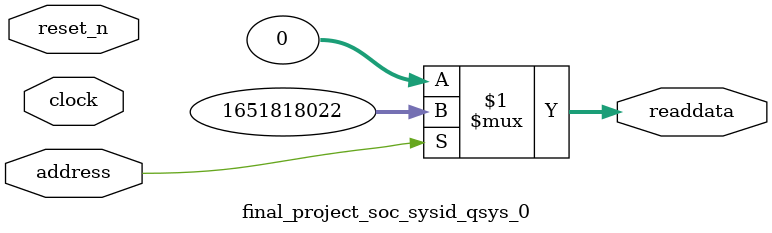
<source format=v>



// synthesis translate_off
`timescale 1ns / 1ps
// synthesis translate_on

// turn off superfluous verilog processor warnings 
// altera message_level Level1 
// altera message_off 10034 10035 10036 10037 10230 10240 10030 

module final_project_soc_sysid_qsys_0 (
               // inputs:
                address,
                clock,
                reset_n,

               // outputs:
                readdata
             )
;

  output  [ 31: 0] readdata;
  input            address;
  input            clock;
  input            reset_n;

  wire    [ 31: 0] readdata;
  //control_slave, which is an e_avalon_slave
  assign readdata = address ? 1651818022 : 0;

endmodule



</source>
